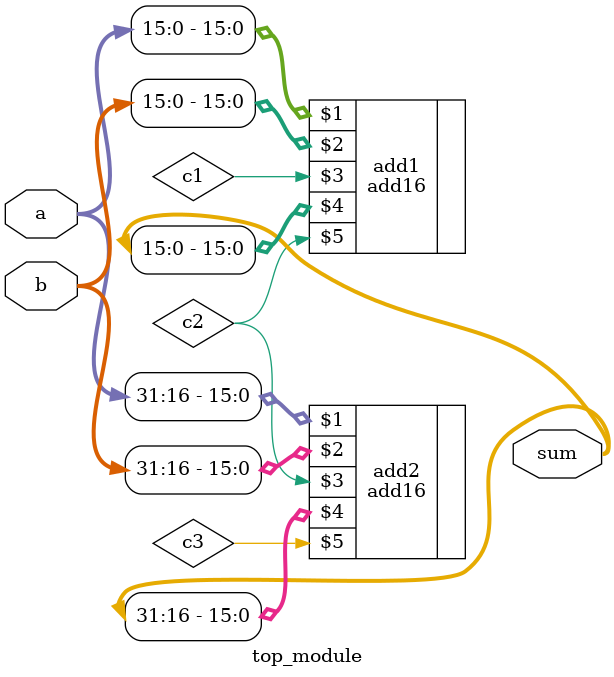
<source format=v>
module top_module(
    input [31:0] a,
    input [31:0] b,
    output [31:0] sum
);

    wire c1, c2, c3;
    add16 add1 (a[15:0], b[15:0], c1, sum[15:0], c2);
    add16 add2 (a[31:16], b[31:16], c2, sum[31:16], c3);
    
endmodule

</source>
